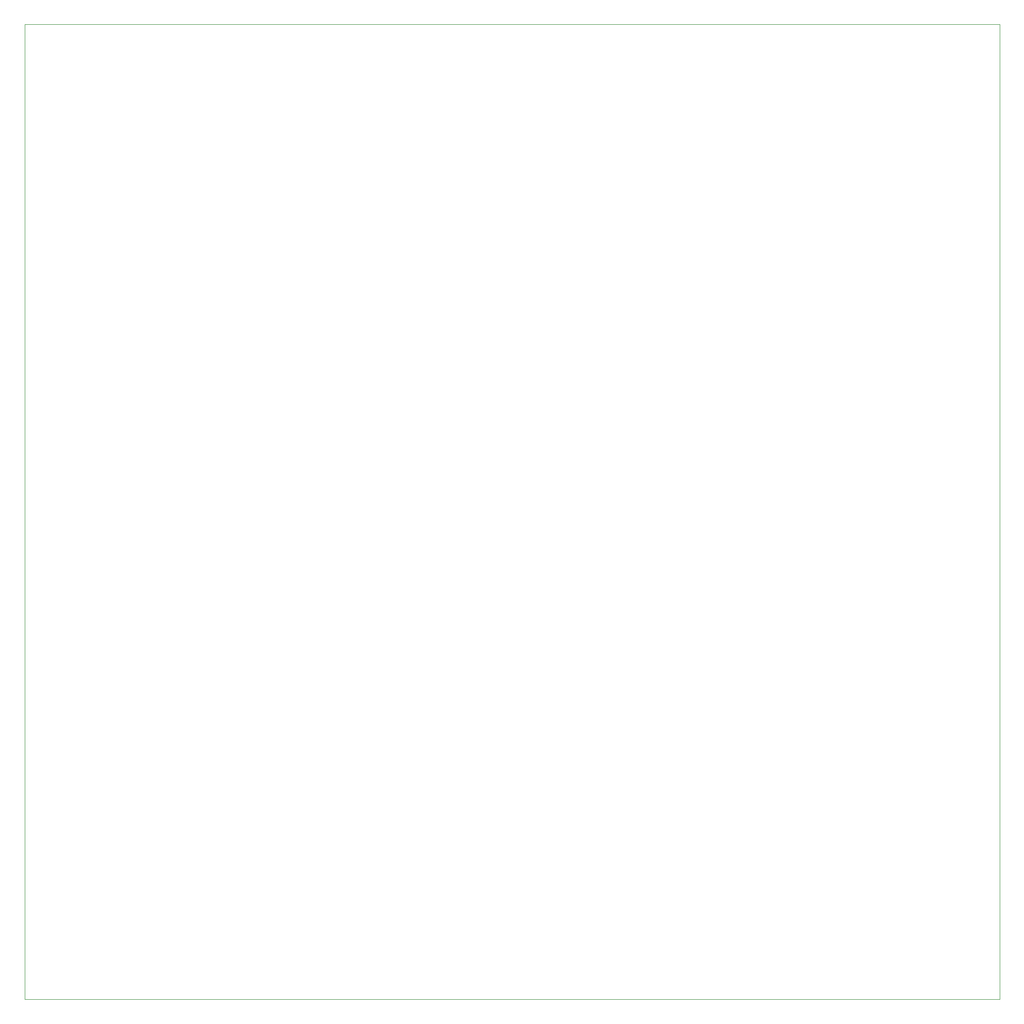
<source format=gbr>
%TF.GenerationSoftware,KiCad,Pcbnew,7.0.1*%
%TF.CreationDate,2023-05-06T23:27:48+01:00*%
%TF.ProjectId,CPC464-2MINIITX,43504334-3634-42d3-924d-494e49495458,rev?*%
%TF.SameCoordinates,Original*%
%TF.FileFunction,Profile,NP*%
%FSLAX46Y46*%
G04 Gerber Fmt 4.6, Leading zero omitted, Abs format (unit mm)*
G04 Created by KiCad (PCBNEW 7.0.1) date 2023-05-06 23:27:48*
%MOMM*%
%LPD*%
G01*
G04 APERTURE LIST*
%TA.AperFunction,Profile*%
%ADD10C,0.100000*%
%TD*%
G04 APERTURE END LIST*
D10*
X28664200Y-28160069D02*
X198664200Y-28160069D01*
X198664200Y-198160069D01*
X28664200Y-198160069D01*
X28664200Y-28160069D01*
M02*

</source>
